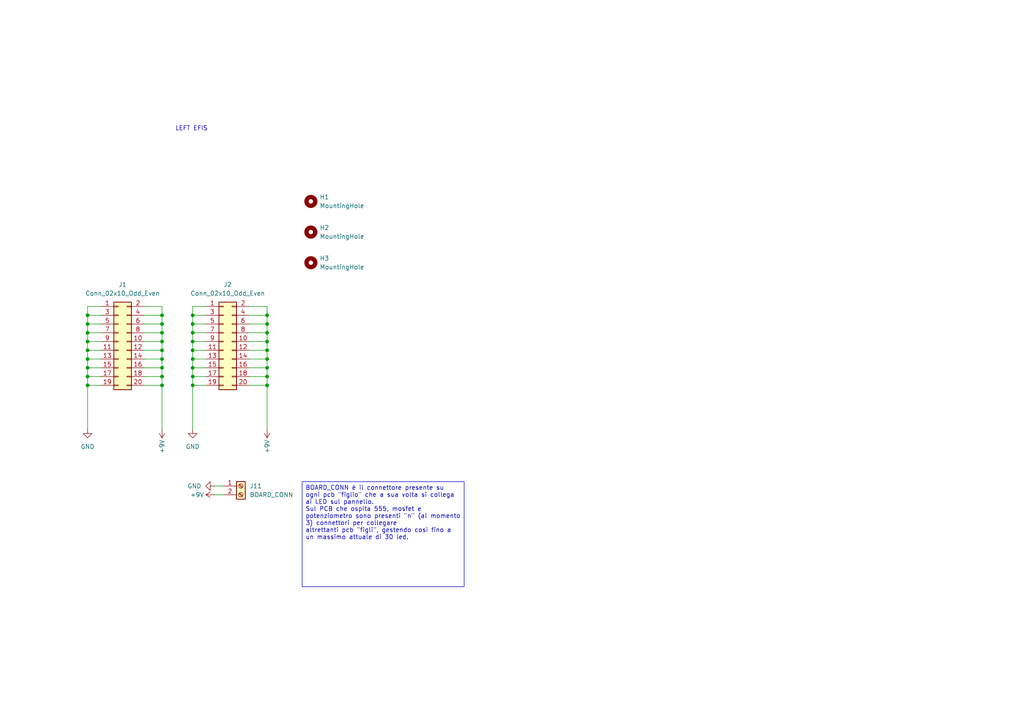
<source format=kicad_sch>
(kicad_sch (version 20231120) (generator "eeschema") (generator_version "8.0")
  (paper "A4")
  (lib_symbols
    (symbol "Connector:Screw_Terminal_01x02" (pin_names (offset 1.016) hide)
      (property "Reference" "J" (at 0 2.54 0))
      (property "Value" "Screw_Terminal_01x02" (at 0 -5.08 0))
      (symbol "Screw_Terminal_01x02_1_1"
        (rectangle (start -1.27 1.27) (end 1.27 -3.81) (stroke (width 0.254)) (fill (type background)))
        (circle (center 0 -2.54) (radius 0.635) (stroke (width 0.1524)))
        (polyline (pts (xy -0.5334 -2.2098) (xy 0.3302 -3.048)) (stroke (width 0.1524)))
        (polyline (pts (xy -0.5334 0.3302) (xy 0.3302 -0.508)) (stroke (width 0.1524)))
        (polyline (pts (xy -0.3556 -2.032) (xy 0.508 -2.8702)) (stroke (width 0.1524)))
        (polyline (pts (xy -0.3556 0.508) (xy 0.508 -0.3302)) (stroke (width 0.1524)))
        (circle (center 0 0) (radius 0.635) (stroke (width 0.1524)))
        (pin passive line (at -5.08 0 0) (length 3.81) (name "Pin_1") (number "1"))
        (pin passive line (at -5.08 -2.54 0) (length 3.81) (name "Pin_2") (number "2"))
      )
    )
    (symbol "Connector_Generic:Conn_02x10_Odd_Even" (pin_names (offset 1.016) hide)
      (property "Reference" "J" (at 1.27 12.7 0))
      (property "Value" "Conn_02x10_Odd_Even" (at 1.27 -15.24 0))
      (symbol "Conn_02x10_Odd_Even_1_1"
        (rectangle (start -1.27 -12.573) (end 0 -12.827) (stroke (width 0.1524)))
        (rectangle (start -1.27 -10.033) (end 0 -10.287) (stroke (width 0.1524)))
        (rectangle (start -1.27 -7.493) (end 0 -7.747) (stroke (width 0.1524)))
        (rectangle (start -1.27 -4.953) (end 0 -5.207) (stroke (width 0.1524)))
        (rectangle (start -1.27 -2.413) (end 0 -2.667) (stroke (width 0.1524)))
        (rectangle (start -1.27 0.127) (end 0 -0.127) (stroke (width 0.1524)))
        (rectangle (start -1.27 2.667) (end 0 2.413) (stroke (width 0.1524)))
        (rectangle (start -1.27 5.207) (end 0 4.953) (stroke (width 0.1524)))
        (rectangle (start -1.27 7.747) (end 0 7.493) (stroke (width 0.1524)))
        (rectangle (start -1.27 10.287) (end 0 10.033) (stroke (width 0.1524)))
        (rectangle (start -1.27 11.43) (end 3.81 -13.97) (stroke (width 0.254)) (fill (type background)))
        (rectangle (start 3.81 -12.573) (end 2.54 -12.827) (stroke (width 0.1524)))
        (rectangle (start 3.81 -10.033) (end 2.54 -10.287) (stroke (width 0.1524)))
        (rectangle (start 3.81 -7.493) (end 2.54 -7.747) (stroke (width 0.1524)))
        (rectangle (start 3.81 -4.953) (end 2.54 -5.207) (stroke (width 0.1524)))
        (rectangle (start 3.81 -2.413) (end 2.54 -2.667) (stroke (width 0.1524)))
        (rectangle (start 3.81 0.127) (end 2.54 -0.127) (stroke (width 0.1524)))
        (rectangle (start 3.81 2.667) (end 2.54 2.413) (stroke (width 0.1524)))
        (rectangle (start 3.81 5.207) (end 2.54 4.953) (stroke (width 0.1524)))
        (rectangle (start 3.81 7.747) (end 2.54 7.493) (stroke (width 0.1524)))
        (rectangle (start 3.81 10.287) (end 2.54 10.033) (stroke (width 0.1524)))
        (pin passive line (at -5.08 10.16 0) (length 3.81) (name "Pin_1") (number "1"))
        (pin passive line (at 7.62 0 180) (length 3.81) (name "Pin_10") (number "10"))
        (pin passive line (at -5.08 -2.54 0) (length 3.81) (name "Pin_11") (number "11"))
        (pin passive line (at 7.62 -2.54 180) (length 3.81) (name "Pin_12") (number "12"))
        (pin passive line (at -5.08 -5.08 0) (length 3.81) (name "Pin_13") (number "13"))
        (pin passive line (at 7.62 -5.08 180) (length 3.81) (name "Pin_14") (number "14"))
        (pin passive line (at -5.08 -7.62 0) (length 3.81) (name "Pin_15") (number "15"))
        (pin passive line (at 7.62 -7.62 180) (length 3.81) (name "Pin_16") (number "16"))
        (pin passive line (at -5.08 -10.16 0) (length 3.81) (name "Pin_17") (number "17"))
        (pin passive line (at 7.62 -10.16 180) (length 3.81) (name "Pin_18") (number "18"))
        (pin passive line (at -5.08 -12.7 0) (length 3.81) (name "Pin_19") (number "19"))
        (pin passive line (at 7.62 10.16 180) (length 3.81) (name "Pin_2") (number "2"))
        (pin passive line (at 7.62 -12.7 180) (length 3.81) (name "Pin_20") (number "20"))
        (pin passive line (at -5.08 7.62 0) (length 3.81) (name "Pin_3") (number "3"))
        (pin passive line (at 7.62 7.62 180) (length 3.81) (name "Pin_4") (number "4"))
        (pin passive line (at -5.08 5.08 0) (length 3.81) (name "Pin_5") (number "5"))
        (pin passive line (at 7.62 5.08 180) (length 3.81) (name "Pin_6") (number "6"))
        (pin passive line (at -5.08 2.54 0) (length 3.81) (name "Pin_7") (number "7"))
        (pin passive line (at 7.62 2.54 180) (length 3.81) (name "Pin_8") (number "8"))
        (pin passive line (at -5.08 0 0) (length 3.81) (name "Pin_9") (number "9"))
      )
    )
    (symbol "Mechanical:MountingHole" (pin_names (offset 1.016))
      (property "Reference" "H" (at 0 5.08 0))
      (property "Value" "MountingHole" (at 0 3.175 0))
      (symbol "MountingHole_0_1"
        (circle (center 0 0) (radius 1.27) (stroke (width 1.27)))
      )
    )
    (symbol "power:+9V" (power) (pin_names (offset 0))
      (property "Value" "+9V" (at 0 3.556 0))
      (symbol "+9V_0_1"
        (polyline (pts (xy -0.762 1.27) (xy 0 2.54)))
        (polyline (pts (xy 0 0) (xy 0 2.54)))
        (polyline (pts (xy 0 2.54) (xy 0.762 1.27)))
      )
      (symbol "+9V_1_1"
        (pin power_in line (at 0 0 90) (length 0) hide (name "+9V") (number "1"))
      )
    )
    (symbol "power:GND" (power) (pin_numbers hide) (pin_names (offset 0) hide)
      (property "Value" "GND" (at 0 -3.81 0))
      (symbol "GND_0_1"
        (polyline (pts (xy 0 0) (xy 0 -1.27) (xy 1.27 -1.27) (xy 0 -2.54) (xy -1.27 -1.27) (xy 0 -1.27)))
      )
      (symbol "GND_1_1"
        (pin power_in line (at 0 0 270) (length 0) (name "~") (number "1"))
      )
    )
  )
  (junction (at 77.47 106.68))
  (junction (at 25.4 111.76))
  (junction (at 46.99 93.98))
  (junction (at 55.88 91.44))
  (junction (at 55.88 104.14))
  (junction (at 55.88 111.76))
  (junction (at 25.4 99.06))
  (junction (at 55.88 101.6))
  (junction (at 77.47 101.6))
  (junction (at 25.4 101.6))
  (junction (at 25.4 104.14))
  (junction (at 77.47 93.98))
  (junction (at 25.4 106.68))
  (junction (at 25.4 93.98))
  (junction (at 46.99 91.44))
  (junction (at 25.4 91.44))
  (junction (at 25.4 96.52))
  (junction (at 55.88 109.22))
  (junction (at 55.88 106.68))
  (junction (at 77.47 99.06))
  (junction (at 46.99 104.14))
  (junction (at 46.99 109.22))
  (junction (at 55.88 99.06))
  (junction (at 55.88 93.98))
  (junction (at 46.99 111.76))
  (junction (at 77.47 111.76))
  (junction (at 46.99 99.06))
  (junction (at 77.47 104.14))
  (junction (at 46.99 106.68))
  (junction (at 77.47 109.22))
  (junction (at 46.99 96.52))
  (junction (at 77.47 91.44))
  (junction (at 55.88 96.52))
  (junction (at 25.4 109.22))
  (junction (at 77.47 96.52))
  (junction (at 46.99 101.6))
  (wire (pts (xy 72.39 99.06) (xy 77.47 99.06)))
  (wire (pts (xy 25.4 99.06) (xy 25.4 101.6)))
  (wire (pts (xy 25.4 91.44) (xy 25.4 93.98)))
  (wire (pts (xy 41.91 88.9) (xy 46.99 88.9)))
  (wire (pts (xy 55.88 93.98) (xy 59.69 93.98)))
  (wire (pts (xy 29.21 88.9) (xy 25.4 88.9)))
  (wire (pts (xy 59.69 88.9) (xy 55.88 88.9)))
  (wire (pts (xy 62.23 140.97) (xy 64.77 140.97)))
  (wire (pts (xy 25.4 96.52) (xy 29.21 96.52)))
  (wire (pts (xy 72.39 106.68) (xy 77.47 106.68)))
  (wire (pts (xy 62.23 143.51) (xy 64.77 143.51)))
  (wire (pts (xy 55.88 106.68) (xy 55.88 109.22)))
  (wire (pts (xy 46.99 93.98) (xy 46.99 96.52)))
  (wire (pts (xy 41.91 96.52) (xy 46.99 96.52)))
  (wire (pts (xy 77.47 111.76) (xy 77.47 124.46)))
  (wire (pts (xy 72.39 91.44) (xy 77.47 91.44)))
  (wire (pts (xy 55.88 101.6) (xy 55.88 104.14)))
  (wire (pts (xy 77.47 101.6) (xy 77.47 104.14)))
  (wire (pts (xy 25.4 101.6) (xy 25.4 104.14)))
  (wire (pts (xy 55.88 99.06) (xy 55.88 101.6)))
  (wire (pts (xy 77.47 96.52) (xy 77.47 99.06)))
  (wire (pts (xy 72.39 96.52) (xy 77.47 96.52)))
  (wire (pts (xy 72.39 101.6) (xy 77.47 101.6)))
  (wire (pts (xy 55.88 88.9) (xy 55.88 91.44)))
  (wire (pts (xy 25.4 111.76) (xy 29.21 111.76)))
  (wire (pts (xy 72.39 88.9) (xy 77.47 88.9)))
  (wire (pts (xy 25.4 93.98) (xy 25.4 96.52)))
  (wire (pts (xy 25.4 88.9) (xy 25.4 91.44)))
  (wire (pts (xy 72.39 93.98) (xy 77.47 93.98)))
  (wire (pts (xy 72.39 109.22) (xy 77.47 109.22)))
  (wire (pts (xy 41.91 106.68) (xy 46.99 106.68)))
  (wire (pts (xy 25.4 111.76) (xy 25.4 124.46)))
  (wire (pts (xy 55.88 109.22) (xy 59.69 109.22)))
  (wire (pts (xy 55.88 109.22) (xy 55.88 111.76)))
  (wire (pts (xy 25.4 96.52) (xy 25.4 99.06)))
  (wire (pts (xy 41.91 91.44) (xy 46.99 91.44)))
  (wire (pts (xy 25.4 106.68) (xy 25.4 109.22)))
  (wire (pts (xy 41.91 101.6) (xy 46.99 101.6)))
  (wire (pts (xy 77.47 91.44) (xy 77.47 93.98)))
  (wire (pts (xy 55.88 106.68) (xy 59.69 106.68)))
  (wire (pts (xy 55.88 101.6) (xy 59.69 101.6)))
  (wire (pts (xy 55.88 91.44) (xy 59.69 91.44)))
  (wire (pts (xy 55.88 91.44) (xy 55.88 93.98)))
  (wire (pts (xy 55.88 99.06) (xy 59.69 99.06)))
  (wire (pts (xy 46.99 88.9) (xy 46.99 91.44)))
  (wire (pts (xy 55.88 104.14) (xy 59.69 104.14)))
  (wire (pts (xy 72.39 111.76) (xy 77.47 111.76)))
  (wire (pts (xy 46.99 104.14) (xy 46.99 106.68)))
  (wire (pts (xy 41.91 93.98) (xy 46.99 93.98)))
  (wire (pts (xy 46.99 91.44) (xy 46.99 93.98)))
  (wire (pts (xy 55.88 111.76) (xy 59.69 111.76)))
  (wire (pts (xy 41.91 104.14) (xy 46.99 104.14)))
  (wire (pts (xy 72.39 104.14) (xy 77.47 104.14)))
  (wire (pts (xy 25.4 99.06) (xy 29.21 99.06)))
  (wire (pts (xy 41.91 99.06) (xy 46.99 99.06)))
  (wire (pts (xy 77.47 88.9) (xy 77.47 91.44)))
  (wire (pts (xy 77.47 104.14) (xy 77.47 106.68)))
  (wire (pts (xy 41.91 109.22) (xy 46.99 109.22)))
  (wire (pts (xy 25.4 104.14) (xy 25.4 106.68)))
  (wire (pts (xy 41.91 111.76) (xy 46.99 111.76)))
  (wire (pts (xy 25.4 104.14) (xy 29.21 104.14)))
  (wire (pts (xy 46.99 109.22) (xy 46.99 111.76)))
  (wire (pts (xy 46.99 111.76) (xy 46.99 124.46)))
  (wire (pts (xy 77.47 106.68) (xy 77.47 109.22)))
  (wire (pts (xy 25.4 101.6) (xy 29.21 101.6)))
  (wire (pts (xy 25.4 106.68) (xy 29.21 106.68)))
  (wire (pts (xy 25.4 109.22) (xy 29.21 109.22)))
  (wire (pts (xy 55.88 93.98) (xy 55.88 96.52)))
  (wire (pts (xy 55.88 96.52) (xy 59.69 96.52)))
  (wire (pts (xy 46.99 101.6) (xy 46.99 104.14)))
  (wire (pts (xy 55.88 96.52) (xy 55.88 99.06)))
  (wire (pts (xy 46.99 96.52) (xy 46.99 99.06)))
  (wire (pts (xy 46.99 99.06) (xy 46.99 101.6)))
  (wire (pts (xy 25.4 91.44) (xy 29.21 91.44)))
  (wire (pts (xy 46.99 106.68) (xy 46.99 109.22)))
  (wire (pts (xy 77.47 99.06) (xy 77.47 101.6)))
  (wire (pts (xy 77.47 109.22) (xy 77.47 111.76)))
  (wire (pts (xy 77.47 93.98) (xy 77.47 96.52)))
  (wire (pts (xy 55.88 111.76) (xy 55.88 124.46)))
  (wire (pts (xy 55.88 104.14) (xy 55.88 106.68)))
  (wire (pts (xy 29.21 93.98) (xy 25.4 93.98)))
  (wire (pts (xy 25.4 109.22) (xy 25.4 111.76)))
  (text_box "BOARD_CONN è il connettore presente su ogni pcb \"figlio\" che a sua volta si collega ai LED sul pannello.\nSul PCB che ospita 555, mosfet e potenziometro sono presenti \"n\" (al momento 3) connettori per collegare\naltrettanti pcb \"figli\", gestendo così fino a un massimo attuale di 30 led." (at 87.63 139.7 0) (size 46.99 30.48) (effects (font (size 1.27 1.27)) (justify left top)))
  (text "LEFT EFIS" (at 50.8 38.1 0) (effects (font (size 1.27 1.27)) (justify left bottom)))
  (symbol (lib_id "power:+9V") (at 77.47 124.46 180) (unit 1)
    (property "Reference" "#PWR06" (effects (hide yes)))
    (property "Value" "+9V" (at 77.47 131.572 90) (effects (justify right)))
  )
  (symbol (lib_id "Mechanical:MountingHole") (at 90.17 76.2 0) (unit 1)
    (property "Reference" "H3" (at 92.71 74.93 0) (effects (justify left)))
    (property "Value" "MountingHole" (at 92.71 77.47 0) (effects (justify left)))
    (property "Footprint" "MountingHole:MountingHole_3.2mm_M3_DIN965_Pad_TopBottom" (effects (hide yes)))
  )
  (symbol (lib_id "Connector_Generic:Conn_02x10_Odd_Even") (at 34.29 99.06 0) (unit 1)
    (property "Reference" "J1" (at 35.56 82.55 0))
    (property "Value" "Conn_02x10_Odd_Even" (at 35.56 85.09 0))
    (property "Footprint" "Connector_PinHeader_2.54mm:PinHeader_2x10_P2.54mm_Vertical" (effects (hide yes)))
    (property "Description" "Generic connector, double row, 02x10, odd/even pin numbering scheme (row 1 odd numbers, row 2 even numbers), script generated (kicad-library-utils/schlib/autogen/connector/)" (effects (hide yes)))
  )
  (symbol (lib_id "power:GND") (at 25.4 124.46 0) (unit 1)
    (property "Reference" "#PWR04" (effects (hide yes)))
    (property "Value" "GND" (at 25.4 129.54 0))
    (property "Description" "Power symbol creates a global label with name \"GND\" , ground" (effects (hide yes)))
  )
  (symbol (lib_id "power:GND") (at 62.23 140.97 270) (unit 1)
    (property "Reference" "#PWR02" (effects (hide yes)))
    (property "Value" "GND" (at 58.42 140.9699 90) (effects (justify right)))
    (property "Description" "Power symbol creates a global label with name \"GND\" , ground" (effects (hide yes)))
  )
  (symbol (lib_id "power:GND") (at 55.88 124.46 0) (unit 1)
    (property "Reference" "#PWR03" (effects (hide yes)))
    (property "Value" "GND" (at 55.88 129.54 0))
    (property "Description" "Power symbol creates a global label with name \"GND\" , ground" (effects (hide yes)))
  )
  (symbol (lib_id "Connector:Screw_Terminal_01x02") (at 69.85 140.97 0) (unit 1)
    (property "Reference" "J11" (at 72.39 140.97 0) (effects (justify left)))
    (property "Value" "BOARD_CONN" (at 72.39 143.51 0) (effects (justify left)))
    (property "Footprint" "TerminalBlock:TerminalBlock_bornier-2_P5.08mm" (effects (hide yes)))
  )
  (symbol (lib_id "Mechanical:MountingHole") (at 90.17 67.31 0) (unit 1)
    (property "Reference" "H2" (at 92.71 66.04 0) (effects (justify left)))
    (property "Value" "MountingHole" (at 92.71 68.58 0) (effects (justify left)))
    (property "Footprint" "MountingHole:MountingHole_3.2mm_M3_DIN965_Pad_TopBottom" (effects (hide yes)))
  )
  (symbol (lib_id "power:+9V") (at 46.99 124.46 180) (unit 1)
    (property "Reference" "#PWR05" (effects (hide yes)))
    (property "Value" "+9V" (at 46.99 131.572 90) (effects (justify right)))
  )
  (symbol (lib_id "Mechanical:MountingHole") (at 90.17 58.42 0) (unit 1)
    (property "Reference" "H1" (at 92.71 57.15 0) (effects (justify left)))
    (property "Value" "MountingHole" (at 92.71 59.69 0) (effects (justify left)))
    (property "Footprint" "MountingHole:MountingHole_3.2mm_M3_DIN965_Pad_TopBottom" (effects (hide yes)))
  )
  (symbol (lib_id "Connector_Generic:Conn_02x10_Odd_Even") (at 64.77 99.06 0) (unit 1)
    (property "Reference" "J2" (at 66.04 82.55 0))
    (property "Value" "Conn_02x10_Odd_Even" (at 66.04 85.09 0))
    (property "Footprint" "Connector_PinHeader_2.54mm:PinHeader_2x10_P2.54mm_Vertical" (effects (hide yes)))
    (property "Description" "Generic connector, double row, 02x10, odd/even pin numbering scheme (row 1 odd numbers, row 2 even numbers), script generated (kicad-library-utils/schlib/autogen/connector/)" (effects (hide yes)))
  )
  (symbol (lib_id "power:+9V") (at 62.23 143.51 90) (unit 1)
    (property "Reference" "#PWR01" (effects (hide yes)))
    (property "Value" "+9V" (at 55.118 143.51 90) (effects (justify right)))
  )
)
</source>
